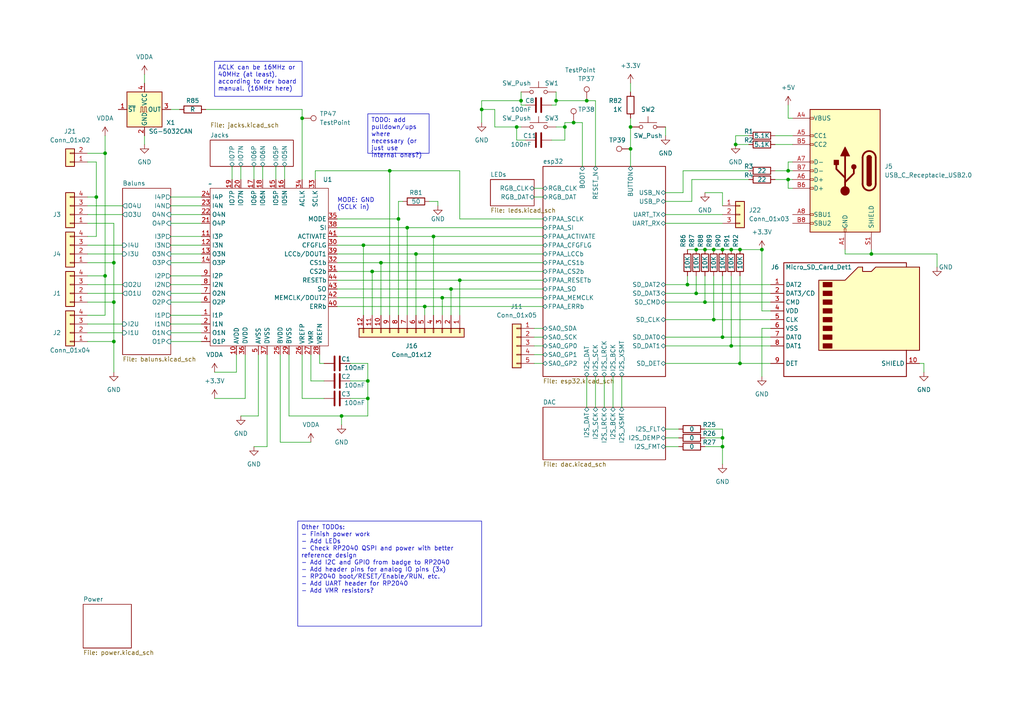
<source format=kicad_sch>
(kicad_sch (version 20230121) (generator eeschema)
  (paper "A4")
  (lib_symbols
    (symbol "Analog:AN231E04"
      (property "Reference" "U" (at 0 0 0))
      (symbol "AN231E04_0_1"
        (rectangle (start 0 -1.27) (end 34.29 -46.99))
      )
      (symbol "AN231E04_1_1"
        (pin input line (at -2.54 -38.1 0) (length 2.54) (name "I1P") (number "1"))
        (pin power_in line (at 7.62 -49.53 90) (length 2.54) (name "AVDD") (number "10"))
        (pin input line (at -2.54 -15.24 0) (length 2.54) (name "I3P") (number "11"))
        (pin input line (at -2.54 -17.78 0) (length 2.54) (name "I3N") (number "12"))
        (pin output line (at -2.54 -20.32 0) (length 2.54) (name "O3N") (number "13"))
        (pin output line (at -2.54 -22.86 0) (length 2.54) (name "O3P") (number "14"))
        (pin bidirectional line (at 19.05 1.27 270) (length 2.54) (name "IO5P") (number "15"))
        (pin bidirectional line (at 21.59 1.27 270) (length 2.54) (name "IO5N") (number "16"))
        (pin bidirectional line (at 12.7 1.27 270) (length 2.54) (name "IO6P") (number "17"))
        (pin bidirectional line (at 15.24 1.27 270) (length 2.54) (name "IO6N") (number "18"))
        (pin bidirectional line (at 6.35 1.27 270) (length 2.54) (name "IO7P") (number "19"))
        (pin input line (at -2.54 -40.64 0) (length 2.54) (name "I1N") (number "2"))
        (pin bidirectional line (at 8.89 1.27 270) (length 2.54) (name "IO7N") (number "20"))
        (pin output line (at -2.54 -11.43 0) (length 2.54) (name "O4P") (number "21"))
        (pin output line (at -2.54 -8.89 0) (length 2.54) (name "O4N") (number "22"))
        (pin input line (at -2.54 -6.35 0) (length 2.54) (name "I4N") (number "23"))
        (pin input line (at -2.54 -3.81 0) (length 2.54) (name "I4P") (number "24"))
        (pin power_in line (at 20.32 -49.53 90) (length 2.54) (name "BVDD") (number "25"))
        (pin power_in line (at 26.67 -49.53 90) (length 2.54) (name "VREFP") (number "26"))
        (pin power_in line (at 29.21 -49.53 90) (length 2.54) (name "VMR") (number "27"))
        (pin power_in line (at 31.75 -49.53 90) (length 2.54) (name "VREFN") (number "28"))
        (pin power_in line (at 22.86 -49.53 90) (length 2.54) (name "BVSS") (number "29"))
        (pin output line (at -2.54 -43.18 0) (length 2.54) (name "O1N") (number "3"))
        (pin bidirectional line (at 36.83 -17.78 180) (length 2.54) (name "CFGFLG") (number "30"))
        (pin input line (at 36.83 -25.4 180) (length 2.54) (name "CS2b") (number "31"))
        (pin input line (at 36.83 -22.86 180) (length 2.54) (name "CS1b") (number "32"))
        (pin input line (at 30.48 1.27 270) (length 2.54) (name "SCLK") (number "33"))
        (pin input line (at 26.67 1.27 270) (length 2.54) (name "ACLK") (number "34"))
        (pin input line (at 36.83 -10.16 180) (length 2.54) (name "MODE") (number "35"))
        (pin power_in line (at 10.16 -49.53 90) (length 2.54) (name "DVDD") (number "36"))
        (pin power_in line (at 16.51 -49.53 90) (length 2.54) (name "DVSS") (number "37"))
        (pin input line (at 36.83 -12.7 180) (length 2.54) (name "SI") (number "38"))
        (pin output line (at 36.83 -20.32 180) (length 2.54) (name "LCCb/DOUT1") (number "39"))
        (pin output line (at -2.54 -45.72 0) (length 2.54) (name "O1P") (number "4"))
        (pin bidirectional line (at 36.83 -35.56 180) (length 2.54) (name "ERRb") (number "40"))
        (pin bidirectional line (at 36.83 -15.24 180) (length 2.54) (name "ACTIVATE") (number "41"))
        (pin output line (at 36.83 -33.02 180) (length 2.54) (name "MEMCLK/DOUT2") (number "42"))
        (pin output line (at 36.83 -30.48 180) (length 2.54) (name "SO") (number "43"))
        (pin input line (at 36.83 -27.94 180) (length 2.54) (name "RESETb") (number "44"))
        (pin power_in line (at 13.97 -49.53 90) (length 2.54) (name "AVSS") (number "5"))
        (pin output line (at -2.54 -34.29 0) (length 2.54) (name "O2P") (number "6"))
        (pin output line (at -2.54 -31.75 0) (length 2.54) (name "O2N") (number "7"))
        (pin input line (at -2.54 -29.21 0) (length 2.54) (name "I2N") (number "8"))
        (pin input line (at -2.54 -26.67 0) (length 2.54) (name "I2P") (number "9"))
      )
    )
    (symbol "Connector:Micro_SD_Card_Det1"
      (property "Reference" "J" (at -16.51 17.78 0))
      (property "Value" "Micro_SD_Card_Det1" (at 16.51 17.78 0))
      (symbol "Micro_SD_Card_Det1_0_1"
        (rectangle (start -7.62 -6.985) (end -5.08 -8.255) (stroke (width 0.254)) (fill (type outline)))
        (rectangle (start -7.62 -4.445) (end -5.08 -5.715) (stroke (width 0.254)) (fill (type outline)))
        (rectangle (start -7.62 -1.905) (end -5.08 -3.175) (stroke (width 0.254)) (fill (type outline)))
        (rectangle (start -7.62 0.635) (end -5.08 -0.635) (stroke (width 0.254)) (fill (type outline)))
        (rectangle (start -7.62 3.175) (end -5.08 1.905) (stroke (width 0.254)) (fill (type outline)))
        (rectangle (start -7.62 5.715) (end -5.08 4.445) (stroke (width 0.254)) (fill (type outline)))
        (rectangle (start -7.62 8.255) (end -5.08 6.985) (stroke (width 0.254)) (fill (type outline)))
        (rectangle (start -7.62 10.795) (end -5.08 9.525) (stroke (width 0.254)) (fill (type outline)))
        (polyline (pts (xy 16.51 15.24) (xy 16.51 16.51) (xy -19.05 16.51) (xy -19.05 -16.51) (xy 16.51 -16.51) (xy 16.51 -8.89)) (stroke (width 0.254)))
        (polyline (pts (xy -8.89 -8.89) (xy -8.89 11.43) (xy -1.27 11.43) (xy 2.54 15.24) (xy 3.81 15.24) (xy 3.81 13.97) (xy 6.35 13.97) (xy 7.62 15.24) (xy 20.32 15.24) (xy 20.32 -8.89) (xy -8.89 -8.89)) (stroke (width 0.254)) (fill (type background)))
      )
      (symbol "Micro_SD_Card_Det1_1_1"
        (pin bidirectional line (at -22.86 10.16 0) (length 3.81) (name "DAT2") (number "1"))
        (pin passive line (at 20.32 -12.7 180) (length 3.81) (name "SHIELD") (number "10"))
        (pin bidirectional line (at -22.86 7.62 0) (length 3.81) (name "DAT3/CD") (number "2"))
        (pin input line (at -22.86 5.08 0) (length 3.81) (name "CMD") (number "3"))
        (pin power_in line (at -22.86 2.54 0) (length 3.81) (name "VDD") (number "4"))
        (pin input line (at -22.86 0 0) (length 3.81) (name "CLK") (number "5"))
        (pin power_in line (at -22.86 -2.54 0) (length 3.81) (name "VSS") (number "6"))
        (pin bidirectional line (at -22.86 -5.08 0) (length 3.81) (name "DAT0") (number "7"))
        (pin bidirectional line (at -22.86 -7.62 0) (length 3.81) (name "DAT1") (number "8"))
        (pin passive line (at -22.86 -12.7 0) (length 3.81) (name "DET") (number "9"))
      )
    )
    (symbol "Connector:TestPoint" (pin_numbers hide) (pin_names (offset 0.762) hide)
      (property "Reference" "TP" (at 0 6.858 0))
      (property "Value" "TestPoint" (at 0 5.08 0))
      (symbol "TestPoint_0_1"
        (circle (center 0 3.302) (radius 0.762))
      )
      (symbol "TestPoint_1_1"
        (pin passive line (at 0 0 90) (length 2.54) (name "1") (number "1"))
      )
    )
    (symbol "Connector:USB_C_Receptacle_USB2.0" (pin_names (offset 1.016))
      (property "Reference" "J" (at -10.16 19.05 0))
      (property "Value" "USB_C_Receptacle_USB2.0" (at 19.05 19.05 0))
      (symbol "USB_C_Receptacle_USB2.0_0_0"
        (rectangle (start -0.254 -17.78) (end 0.254 -16.764))
        (rectangle (start 10.16 -14.986) (end 9.144 -15.494))
        (rectangle (start 10.16 -12.446) (end 9.144 -12.954))
        (rectangle (start 10.16 -4.826) (end 9.144 -5.334))
        (rectangle (start 10.16 -2.286) (end 9.144 -2.794))
        (rectangle (start 10.16 0.254) (end 9.144 -0.254))
        (rectangle (start 10.16 2.794) (end 9.144 2.286))
        (rectangle (start 10.16 7.874) (end 9.144 7.366))
        (rectangle (start 10.16 10.414) (end 9.144 9.906))
        (rectangle (start 10.16 15.494) (end 9.144 14.986))
      )
      (symbol "USB_C_Receptacle_USB2.0_0_1"
        (rectangle (start -10.16 17.78) (end 10.16 -17.78) (stroke (width 0.254)) (fill (type background)))
        (arc (start -8.89 -3.81) (mid -6.985 -5.7067) (end -5.08 -3.81) (stroke (width 0.508)))
        (arc (start -7.62 -3.81) (mid -6.985 -4.4423) (end -6.35 -3.81) (stroke (width 0.254)))
        (arc (start -7.62 -3.81) (mid -6.985 -4.4423) (end -6.35 -3.81) (stroke (width 0.254)) (fill (type outline)))
        (rectangle (start -7.62 -3.81) (end -6.35 3.81) (stroke (width 0.254)) (fill (type outline)))
        (arc (start -6.35 3.81) (mid -6.985 4.4423) (end -7.62 3.81) (stroke (width 0.254)))
        (arc (start -6.35 3.81) (mid -6.985 4.4423) (end -7.62 3.81) (stroke (width 0.254)) (fill (type outline)))
        (arc (start -5.08 3.81) (mid -6.985 5.7067) (end -8.89 3.81) (stroke (width 0.508)))
        (circle (center -2.54 1.143) (radius 0.635) (stroke (width 0.254)) (fill (type outline)))
        (circle (center 0 -5.842) (radius 1.27) (fill (type outline)))
        (polyline (pts (xy -8.89 -3.81) (xy -8.89 3.81)) (stroke (width 0.508)))
        (polyline (pts (xy -5.08 3.81) (xy -5.08 -3.81)) (stroke (width 0.508)))
        (polyline (pts (xy 0 -5.842) (xy 0 4.318)) (stroke (width 0.508)))
        (polyline (pts (xy 0 -3.302) (xy -2.54 -0.762) (xy -2.54 0.508)) (stroke (width 0.508)))
        (polyline (pts (xy 0 -2.032) (xy 2.54 0.508) (xy 2.54 1.778)) (stroke (width 0.508)))
        (polyline (pts (xy -1.27 4.318) (xy 0 6.858) (xy 1.27 4.318) (xy -1.27 4.318)) (stroke (width 0.254)) (fill (type outline)))
        (rectangle (start 1.905 1.778) (end 3.175 3.048) (stroke (width 0.254)) (fill (type outline)))
      )
      (symbol "USB_C_Receptacle_USB2.0_1_1"
        (pin passive line (at 0 -22.86 90) (length 5.08) (name "GND") (number "A1"))
        (pin passive line (at 0 -22.86 90) (length 5.08) hide (name "GND") (number "A12"))
        (pin passive line (at 15.24 15.24 180) (length 5.08) (name "VBUS") (number "A4"))
        (pin bidirectional line (at 15.24 10.16 180) (length 5.08) (name "CC1") (number "A5"))
        (pin bidirectional line (at 15.24 -2.54 180) (length 5.08) (name "D+") (number "A6"))
        (pin bidirectional line (at 15.24 2.54 180) (length 5.08) (name "D-") (number "A7"))
        (pin bidirectional line (at 15.24 -12.7 180) (length 5.08) (name "SBU1") (number "A8"))
        (pin passive line (at 15.24 15.24 180) (length 5.08) hide (name "VBUS") (number "A9"))
        (pin passive line (at 0 -22.86 90) (length 5.08) hide (name "GND") (number "B1"))
        (pin passive line (at 0 -22.86 90) (length 5.08) hide (name "GND") (number "B12"))
        (pin passive line (at 15.24 15.24 180) (length 5.08) hide (name "VBUS") (number "B4"))
        (pin bidirectional line (at 15.24 7.62 180) (length 5.08) (name "CC2") (number "B5"))
        (pin bidirectional line (at 15.24 -5.08 180) (length 5.08) (name "D+") (number "B6"))
        (pin bidirectional line (at 15.24 0 180) (length 5.08) (name "D-") (number "B7"))
        (pin bidirectional line (at 15.24 -15.24 180) (length 5.08) (name "SBU2") (number "B8"))
        (pin passive line (at 15.24 15.24 180) (length 5.08) hide (name "VBUS") (number "B9"))
        (pin passive line (at -7.62 -22.86 90) (length 5.08) (name "SHIELD") (number "S1"))
      )
    )
    (symbol "Connector_Generic:Conn_01x02" (pin_names (offset 1.016) hide)
      (property "Reference" "J" (at 0 2.54 0))
      (property "Value" "Conn_01x02" (at 0 -5.08 0))
      (symbol "Conn_01x02_1_1"
        (rectangle (start -1.27 -2.413) (end 0 -2.667) (stroke (width 0.1524)))
        (rectangle (start -1.27 0.127) (end 0 -0.127) (stroke (width 0.1524)))
        (rectangle (start -1.27 1.27) (end 1.27 -3.81) (stroke (width 0.254)) (fill (type background)))
        (pin passive line (at -5.08 0 0) (length 3.81) (name "Pin_1") (number "1"))
        (pin passive line (at -5.08 -2.54 0) (length 3.81) (name "Pin_2") (number "2"))
      )
    )
    (symbol "Connector_Generic:Conn_01x03" (pin_names (offset 1.016) hide)
      (property "Reference" "J" (at 0 5.08 0))
      (property "Value" "Conn_01x03" (at 0 -5.08 0))
      (symbol "Conn_01x03_1_1"
        (rectangle (start -1.27 -2.413) (end 0 -2.667) (stroke (width 0.1524)))
        (rectangle (start -1.27 0.127) (end 0 -0.127) (stroke (width 0.1524)))
        (rectangle (start -1.27 2.667) (end 0 2.413) (stroke (width 0.1524)))
        (rectangle (start -1.27 3.81) (end 1.27 -3.81) (stroke (width 0.254)) (fill (type background)))
        (pin passive line (at -5.08 2.54 0) (length 3.81) (name "Pin_1") (number "1"))
        (pin passive line (at -5.08 0 0) (length 3.81) (name "Pin_2") (number "2"))
        (pin passive line (at -5.08 -2.54 0) (length 3.81) (name "Pin_3") (number "3"))
      )
    )
    (symbol "Connector_Generic:Conn_01x04" (pin_names (offset 1.016) hide)
      (property "Reference" "J" (at 0 5.08 0))
      (property "Value" "Conn_01x04" (at 0 -7.62 0))
      (symbol "Conn_01x04_1_1"
        (rectangle (start -1.27 -4.953) (end 0 -5.207) (stroke (width 0.1524)))
        (rectangle (start -1.27 -2.413) (end 0 -2.667) (stroke (width 0.1524)))
        (rectangle (start -1.27 0.127) (end 0 -0.127) (stroke (width 0.1524)))
        (rectangle (start -1.27 2.667) (end 0 2.413) (stroke (width 0.1524)))
        (rectangle (start -1.27 3.81) (end 1.27 -6.35) (stroke (width 0.254)) (fill (type background)))
        (pin passive line (at -5.08 2.54 0) (length 3.81) (name "Pin_1") (number "1"))
        (pin passive line (at -5.08 0 0) (length 3.81) (name "Pin_2") (number "2"))
        (pin passive line (at -5.08 -2.54 0) (length 3.81) (name "Pin_3") (number "3"))
        (pin passive line (at -5.08 -5.08 0) (length 3.81) (name "Pin_4") (number "4"))
      )
    )
    (symbol "Connector_Generic:Conn_01x05" (pin_names (offset 1.016) hide)
      (property "Reference" "J" (at 0 7.62 0))
      (property "Value" "Conn_01x05" (at 0 -7.62 0))
      (symbol "Conn_01x05_1_1"
        (rectangle (start -1.27 -4.953) (end 0 -5.207) (stroke (width 0.1524)))
        (rectangle (start -1.27 -2.413) (end 0 -2.667) (stroke (width 0.1524)))
        (rectangle (start -1.27 0.127) (end 0 -0.127) (stroke (width 0.1524)))
        (rectangle (start -1.27 2.667) (end 0 2.413) (stroke (width 0.1524)))
        (rectangle (start -1.27 5.207) (end 0 4.953) (stroke (width 0.1524)))
        (rectangle (start -1.27 6.35) (end 1.27 -6.35) (stroke (width 0.254)) (fill (type background)))
        (pin passive line (at -5.08 5.08 0) (length 3.81) (name "Pin_1") (number "1"))
        (pin passive line (at -5.08 2.54 0) (length 3.81) (name "Pin_2") (number "2"))
        (pin passive line (at -5.08 0 0) (length 3.81) (name "Pin_3") (number "3"))
        (pin passive line (at -5.08 -2.54 0) (length 3.81) (name "Pin_4") (number "4"))
        (pin passive line (at -5.08 -5.08 0) (length 3.81) (name "Pin_5") (number "5"))
      )
    )
    (symbol "Connector_Generic:Conn_01x12" (pin_names (offset 1.016) hide)
      (property "Reference" "J" (at 0 15.24 0))
      (property "Value" "Conn_01x12" (at 0 -17.78 0))
      (symbol "Conn_01x12_1_1"
        (rectangle (start -1.27 -15.113) (end 0 -15.367) (stroke (width 0.1524)))
        (rectangle (start -1.27 -12.573) (end 0 -12.827) (stroke (width 0.1524)))
        (rectangle (start -1.27 -10.033) (end 0 -10.287) (stroke (width 0.1524)))
        (rectangle (start -1.27 -7.493) (end 0 -7.747) (stroke (width 0.1524)))
        (rectangle (start -1.27 -4.953) (end 0 -5.207) (stroke (width 0.1524)))
        (rectangle (start -1.27 -2.413) (end 0 -2.667) (stroke (width 0.1524)))
        (rectangle (start -1.27 0.127) (end 0 -0.127) (stroke (width 0.1524)))
        (rectangle (start -1.27 2.667) (end 0 2.413) (stroke (width 0.1524)))
        (rectangle (start -1.27 5.207) (end 0 4.953) (stroke (width 0.1524)))
        (rectangle (start -1.27 7.747) (end 0 7.493) (stroke (width 0.1524)))
        (rectangle (start -1.27 10.287) (end 0 10.033) (stroke (width 0.1524)))
        (rectangle (start -1.27 12.827) (end 0 12.573) (stroke (width 0.1524)))
        (rectangle (start -1.27 13.97) (end 1.27 -16.51) (stroke (width 0.254)) (fill (type background)))
        (pin passive line (at -5.08 12.7 0) (length 3.81) (name "Pin_1") (number "1"))
        (pin passive line (at -5.08 -10.16 0) (length 3.81) (name "Pin_10") (number "10"))
        (pin passive line (at -5.08 -12.7 0) (length 3.81) (name "Pin_11") (number "11"))
        (pin passive line (at -5.08 -15.24 0) (length 3.81) (name "Pin_12") (number "12"))
        (pin passive line (at -5.08 10.16 0) (length 3.81) (name "Pin_2") (number "2"))
        (pin passive line (at -5.08 7.62 0) (length 3.81) (name "Pin_3") (number "3"))
        (pin passive line (at -5.08 5.08 0) (length 3.81) (name "Pin_4") (number "4"))
        (pin passive line (at -5.08 2.54 0) (length 3.81) (name "Pin_5") (number "5"))
        (pin passive line (at -5.08 0 0) (length 3.81) (name "Pin_6") (number "6"))
        (pin passive line (at -5.08 -2.54 0) (length 3.81) (name "Pin_7") (number "7"))
        (pin passive line (at -5.08 -5.08 0) (length 3.81) (name "Pin_8") (number "8"))
        (pin passive line (at -5.08 -7.62 0) (length 3.81) (name "Pin_9") (number "9"))
      )
    )
    (symbol "Device:C" (pin_numbers hide) (pin_names (offset 0.254))
      (property "Reference" "C" (at 0.635 2.54 0))
      (property "Value" "C" (at 0.635 -2.54 0))
      (symbol "C_0_1"
        (polyline (pts (xy -2.032 -0.762) (xy 2.032 -0.762)) (stroke (width 0.508)))
        (polyline (pts (xy -2.032 0.762) (xy 2.032 0.762)) (stroke (width 0.508)))
      )
      (symbol "C_1_1"
        (pin passive line (at 0 3.81 270) (length 2.794) (name "~") (number "1"))
        (pin passive line (at 0 -3.81 90) (length 2.794) (name "~") (number "2"))
      )
    )
    (symbol "Device:R" (pin_numbers hide) (pin_names (offset 0))
      (property "Reference" "R" (at 2.032 0 90))
      (property "Value" "R" (at 0 0 90))
      (symbol "R_0_1"
        (rectangle (start -1.016 -2.54) (end 1.016 2.54) (stroke (width 0.254)))
      )
      (symbol "R_1_1"
        (pin passive line (at 0 3.81 270) (length 1.27) (name "~") (number "1"))
        (pin passive line (at 0 -3.81 90) (length 1.27) (name "~") (number "2"))
      )
    )
    (symbol "Oscillator:SG-5032CAN" (pin_names (offset 0.254))
      (property "Reference" "X" (at -5.08 6.35 0))
      (property "Value" "SG-5032CAN" (at 1.27 -6.35 0))
      (symbol "SG-5032CAN_0_1"
        (rectangle (start -5.08 5.08) (end 5.08 -5.08) (stroke (width 0.254)) (fill (type background)))
        (polyline (pts (xy -1.27 -0.762) (xy -1.016 -0.762) (xy -1.016 0.762) (xy -0.508 0.762) (xy -0.508 -0.762) (xy 0 -0.762) (xy 0 0.762) (xy 0.508 0.762) (xy 0.508 -0.762) (xy 0.762 -0.762)))
      )
      (symbol "SG-5032CAN_1_1"
        (pin input line (at -7.62 0 0) (length 2.54) (name "~{ST}") (number "1"))
        (pin power_in line (at 0 -7.62 90) (length 2.54) (name "GND") (number "2"))
        (pin output line (at 7.62 0 180) (length 2.54) (name "OUT") (number "3"))
        (pin power_in line (at 0 7.62 270) (length 2.54) (name "VCC") (number "4"))
      )
    )
    (symbol "Switch:SW_Push" (pin_numbers hide) (pin_names (offset 1.016) hide)
      (property "Reference" "SW" (at 1.27 2.54 0))
      (property "Value" "SW_Push" (at 0 -1.524 0))
      (symbol "SW_Push_0_1"
        (circle (center -2.032 0) (radius 0.508))
        (polyline (pts (xy 0 1.27) (xy 0 3.048)))
        (polyline (pts (xy 2.54 1.27) (xy -2.54 1.27)))
        (circle (center 2.032 0) (radius 0.508))
        (pin passive line (at -5.08 0 0) (length 2.54) (name "1") (number "1"))
        (pin passive line (at 5.08 0 180) (length 2.54) (name "2") (number "2"))
      )
    )
    (symbol "power:+3.3V" (power) (pin_names (offset 0))
      (property "Value" "+3.3V" (at 0 3.556 0))
      (symbol "+3.3V_0_1"
        (polyline (pts (xy -0.762 1.27) (xy 0 2.54)))
        (polyline (pts (xy 0 0) (xy 0 2.54)))
        (polyline (pts (xy 0 2.54) (xy 0.762 1.27)))
      )
      (symbol "+3.3V_1_1"
        (pin power_in line (at 0 0 90) (length 0) hide (name "+3.3V") (number "1"))
      )
    )
    (symbol "power:+5V" (power) (pin_names (offset 0))
      (property "Value" "+5V" (at 0 3.556 0))
      (symbol "+5V_0_1"
        (polyline (pts (xy -0.762 1.27) (xy 0 2.54)))
        (polyline (pts (xy 0 0) (xy 0 2.54)))
        (polyline (pts (xy 0 2.54) (xy 0.762 1.27)))
      )
      (symbol "+5V_1_1"
        (pin power_in line (at 0 0 90) (length 0) hide (name "+5V") (number "1"))
      )
    )
    (symbol "power:GND" (power) (pin_names (offset 0))
      (property "Value" "GND" (at 0 -3.81 0))
      (symbol "GND_0_1"
        (polyline (pts (xy 0 0) (xy 0 -1.27) (xy 1.27 -1.27) (xy 0 -2.54) (xy -1.27 -1.27) (xy 0 -1.27)))
      )
      (symbol "GND_1_1"
        (pin power_in line (at 0 0 270) (length 0) hide (name "GND") (number "1"))
      )
    )
    (symbol "power:VDDA" (power) (pin_names (offset 0))
      (property "Value" "VDDA" (at 0 3.81 0))
      (symbol "VDDA_0_1"
        (polyline (pts (xy -0.762 1.27) (xy 0 2.54)))
        (polyline (pts (xy 0 0) (xy 0 2.54)))
        (polyline (pts (xy 0 2.54) (xy 0.762 1.27)))
      )
      (symbol "VDDA_1_1"
        (pin power_in line (at 0 0 90) (length 0) hide (name "VDDA") (number "1"))
      )
    )
  )
  (junction (at 207.01 72.39))
  (junction (at 163.83 36.83))
  (junction (at 105.41 71.12))
  (junction (at 110.49 76.2))
  (junction (at 33.02 99.06))
  (junction (at 118.11 66.04))
  (junction (at 133.35 81.28))
  (junction (at 220.98 72.39))
  (junction (at 123.19 88.9))
  (junction (at 228.6 49.53))
  (junction (at 125.73 68.58))
  (junction (at 209.55 72.39))
  (junction (at 161.29 29.21))
  (junction (at 209.55 127))
  (junction (at 212.09 100.33))
  (junction (at 214.63 72.39))
  (junction (at 207.01 92.71))
  (junction (at 139.7 31.75))
  (junction (at 113.03 49.53))
  (junction (at 170.18 29.21))
  (junction (at 213.36 41.91))
  (junction (at 106.68 110.49))
  (junction (at 120.65 73.66))
  (junction (at 204.47 87.63))
  (junction (at 151.13 29.21))
  (junction (at 106.68 115.57))
  (junction (at 182.88 43.18))
  (junction (at 199.39 82.55))
  (junction (at 128.27 86.36))
  (junction (at 99.06 120.65))
  (junction (at 201.93 85.09))
  (junction (at 30.48 80.01))
  (junction (at 209.55 129.54))
  (junction (at 107.95 78.74))
  (junction (at 149.86 36.83))
  (junction (at 130.81 83.82))
  (junction (at 209.55 97.79))
  (junction (at 228.6 52.07))
  (junction (at 30.48 44.45))
  (junction (at 204.47 72.39))
  (junction (at 182.88 36.83))
  (junction (at 33.02 87.63))
  (junction (at 214.63 105.41))
  (junction (at 33.02 76.2))
  (junction (at 201.93 72.39))
  (junction (at 27.94 57.15))
  (junction (at 87.63 34.29))
  (junction (at 252.73 73.66))
  (junction (at 212.09 72.39))
  (junction (at 166.37 35.56))
  (junction (at 115.57 63.5))
  (wire (pts (xy 97.79 86.36) (xy 128.27 86.36)))
  (wire (pts (xy 97.79 66.04) (xy 118.11 66.04)))
  (wire (pts (xy 33.02 87.63) (xy 33.02 99.06)))
  (wire (pts (xy 224.79 41.91) (xy 229.87 41.91)))
  (wire (pts (xy 151.13 26.67) (xy 151.13 29.21)))
  (wire (pts (xy 160.02 30.48) (xy 161.29 30.48)))
  (wire (pts (xy 149.86 36.83) (xy 143.51 36.83)))
  (wire (pts (xy 214.63 80.01) (xy 214.63 105.41)))
  (wire (pts (xy 133.35 81.28) (xy 157.48 81.28)))
  (wire (pts (xy 90.17 102.87) (xy 90.17 110.49)))
  (wire (pts (xy 266.7 105.41) (xy 267.97 105.41)))
  (wire (pts (xy 25.4 91.44) (xy 30.48 91.44)))
  (wire (pts (xy 69.85 48.26) (xy 69.85 52.07)))
  (wire (pts (xy 168.91 35.56) (xy 168.91 48.26)))
  (wire (pts (xy 229.87 46.99) (xy 228.6 46.99)))
  (wire (pts (xy 152.4 40.64) (xy 149.86 40.64)))
  (wire (pts (xy 193.04 55.88) (xy 198.12 55.88)))
  (wire (pts (xy 204.47 124.46) (xy 209.55 124.46)))
  (wire (pts (xy 123.19 88.9) (xy 157.48 88.9)))
  (wire (pts (xy 223.52 95.25) (xy 220.98 95.25)))
  (wire (pts (xy 154.94 102.87) (xy 157.48 102.87)))
  (wire (pts (xy 161.29 36.83) (xy 163.83 36.83)))
  (wire (pts (xy 161.29 29.21) (xy 161.29 26.67)))
  (wire (pts (xy 125.73 68.58) (xy 157.48 68.58)))
  (wire (pts (xy 193.04 127) (xy 196.85 127)))
  (wire (pts (xy 130.81 83.82) (xy 157.48 83.82)))
  (wire (pts (xy 87.63 31.75) (xy 87.63 34.29)))
  (wire (pts (xy 224.79 49.53) (xy 228.6 49.53)))
  (wire (pts (xy 41.91 39.37) (xy 41.91 41.91)))
  (wire (pts (xy 245.11 72.39) (xy 245.11 73.66)))
  (wire (pts (xy 120.65 73.66) (xy 157.48 73.66)))
  (wire (pts (xy 30.48 39.37) (xy 30.48 44.45)))
  (wire (pts (xy 82.55 48.26) (xy 82.55 52.07)))
  (wire (pts (xy 199.39 80.01) (xy 199.39 82.55)))
  (wire (pts (xy 67.31 48.26) (xy 67.31 52.07)))
  (wire (pts (xy 106.68 105.41) (xy 106.68 110.49)))
  (wire (pts (xy 68.58 107.95) (xy 68.58 102.87)))
  (wire (pts (xy 204.47 127) (xy 209.55 127)))
  (wire (pts (xy 170.18 109.22) (xy 170.18 118.11)))
  (wire (pts (xy 49.53 57.15) (xy 58.42 57.15)))
  (wire (pts (xy 97.79 73.66) (xy 120.65 73.66)))
  (wire (pts (xy 200.66 58.42) (xy 193.04 58.42)))
  (wire (pts (xy 163.83 35.56) (xy 166.37 35.56)))
  (wire (pts (xy 118.11 66.04) (xy 157.48 66.04)))
  (wire (pts (xy 252.73 72.39) (xy 252.73 73.66)))
  (wire (pts (xy 107.95 78.74) (xy 157.48 78.74)))
  (wire (pts (xy 139.7 31.75) (xy 139.7 29.21)))
  (wire (pts (xy 212.09 100.33) (xy 223.52 100.33)))
  (wire (pts (xy 49.53 68.58) (xy 58.42 68.58)))
  (wire (pts (xy 204.47 80.01) (xy 204.47 87.63)))
  (wire (pts (xy 207.01 80.01) (xy 207.01 92.71)))
  (wire (pts (xy 115.57 58.42) (xy 116.84 58.42)))
  (wire (pts (xy 207.01 72.39) (xy 209.55 72.39)))
  (wire (pts (xy 220.98 90.17) (xy 220.98 72.39)))
  (wire (pts (xy 213.36 41.91) (xy 217.17 41.91)))
  (wire (pts (xy 113.03 49.53) (xy 113.03 91.44)))
  (wire (pts (xy 33.02 64.77) (xy 33.02 76.2)))
  (wire (pts (xy 49.53 82.55) (xy 58.42 82.55)))
  (wire (pts (xy 27.94 57.15) (xy 27.94 68.58)))
  (wire (pts (xy 113.03 49.53) (xy 133.35 49.53)))
  (wire (pts (xy 49.53 85.09) (xy 58.42 85.09)))
  (wire (pts (xy 106.68 110.49) (xy 106.68 115.57)))
  (wire (pts (xy 49.53 31.75) (xy 52.07 31.75)))
  (wire (pts (xy 166.37 35.56) (xy 168.91 35.56)))
  (wire (pts (xy 154.94 54.61) (xy 157.48 54.61)))
  (wire (pts (xy 271.78 73.66) (xy 271.78 77.47)))
  (wire (pts (xy 151.13 29.21) (xy 151.13 30.48)))
  (wire (pts (xy 193.04 36.83) (xy 193.04 39.37)))
  (wire (pts (xy 200.66 52.07) (xy 200.66 58.42)))
  (wire (pts (xy 91.44 49.53) (xy 113.03 49.53)))
  (wire (pts (xy 118.11 66.04) (xy 118.11 91.44)))
  (wire (pts (xy 154.94 95.25) (xy 157.48 95.25)))
  (wire (pts (xy 92.71 105.41) (xy 93.98 105.41)))
  (wire (pts (xy 62.23 115.57) (xy 71.12 115.57)))
  (wire (pts (xy 209.55 72.39) (xy 212.09 72.39)))
  (wire (pts (xy 107.95 78.74) (xy 107.95 91.44)))
  (wire (pts (xy 182.88 24.13) (xy 182.88 26.67)))
  (wire (pts (xy 49.53 71.12) (xy 58.42 71.12)))
  (wire (pts (xy 198.12 55.88) (xy 198.12 49.53)))
  (wire (pts (xy 209.55 80.01) (xy 209.55 97.79)))
  (wire (pts (xy 182.88 43.18) (xy 182.88 48.26)))
  (wire (pts (xy 92.71 102.87) (xy 92.71 105.41)))
  (wire (pts (xy 128.27 86.36) (xy 157.48 86.36)))
  (wire (pts (xy 30.48 44.45) (xy 30.48 80.01)))
  (wire (pts (xy 49.53 99.06) (xy 58.42 99.06)))
  (wire (pts (xy 83.82 102.87) (xy 83.82 120.65)))
  (wire (pts (xy 97.79 78.74) (xy 107.95 78.74)))
  (wire (pts (xy 157.48 63.5) (xy 133.35 63.5)))
  (wire (pts (xy 115.57 63.5) (xy 115.57 91.44)))
  (wire (pts (xy 228.6 30.48) (xy 228.6 34.29)))
  (wire (pts (xy 139.7 35.56) (xy 139.7 31.75)))
  (wire (pts (xy 200.66 52.07) (xy 217.17 52.07)))
  (wire (pts (xy 83.82 120.65) (xy 99.06 120.65)))
  (wire (pts (xy 128.27 86.36) (xy 128.27 91.44)))
  (wire (pts (xy 193.04 64.77) (xy 209.55 64.77)))
  (wire (pts (xy 267.97 105.41) (xy 267.97 107.95)))
  (wire (pts (xy 201.93 85.09) (xy 223.52 85.09)))
  (wire (pts (xy 151.13 30.48) (xy 152.4 30.48)))
  (wire (pts (xy 209.55 129.54) (xy 209.55 134.62)))
  (wire (pts (xy 105.41 71.12) (xy 157.48 71.12)))
  (wire (pts (xy 97.79 68.58) (xy 125.73 68.58)))
  (wire (pts (xy 204.47 129.54) (xy 209.55 129.54)))
  (wire (pts (xy 87.63 102.87) (xy 87.63 115.57)))
  (wire (pts (xy 25.4 71.12) (xy 35.56 71.12)))
  (wire (pts (xy 228.6 52.07) (xy 228.6 54.61)))
  (wire (pts (xy 214.63 105.41) (xy 223.52 105.41)))
  (wire (pts (xy 25.4 93.98) (xy 35.56 93.98)))
  (wire (pts (xy 76.2 48.26) (xy 76.2 52.07)))
  (wire (pts (xy 74.93 102.87) (xy 74.93 120.65)))
  (wire (pts (xy 252.73 73.66) (xy 245.11 73.66)))
  (wire (pts (xy 49.53 87.63) (xy 58.42 87.63)))
  (wire (pts (xy 74.93 120.65) (xy 69.85 120.65)))
  (wire (pts (xy 77.47 129.54) (xy 73.66 129.54)))
  (wire (pts (xy 49.53 59.69) (xy 58.42 59.69)))
  (wire (pts (xy 25.4 76.2) (xy 33.02 76.2)))
  (wire (pts (xy 110.49 76.2) (xy 110.49 91.44)))
  (wire (pts (xy 228.6 34.29) (xy 229.87 34.29)))
  (wire (pts (xy 182.88 34.29) (xy 182.88 36.83)))
  (wire (pts (xy 25.4 64.77) (xy 33.02 64.77)))
  (wire (pts (xy 91.44 52.07) (xy 91.44 49.53)))
  (wire (pts (xy 193.04 97.79) (xy 209.55 97.79)))
  (wire (pts (xy 71.12 115.57) (xy 71.12 102.87)))
  (wire (pts (xy 193.04 82.55) (xy 199.39 82.55)))
  (wire (pts (xy 25.4 73.66) (xy 35.56 73.66)))
  (wire (pts (xy 154.94 97.79) (xy 157.48 97.79)))
  (wire (pts (xy 172.72 109.22) (xy 172.72 118.11)))
  (wire (pts (xy 154.94 100.33) (xy 157.48 100.33)))
  (wire (pts (xy 182.88 36.83) (xy 182.88 43.18)))
  (wire (pts (xy 154.94 105.41) (xy 157.48 105.41)))
  (wire (pts (xy 228.6 46.99) (xy 228.6 49.53)))
  (wire (pts (xy 193.04 92.71) (xy 207.01 92.71)))
  (wire (pts (xy 209.55 124.46) (xy 209.55 127)))
  (wire (pts (xy 133.35 91.44) (xy 133.35 81.28)))
  (wire (pts (xy 99.06 120.65) (xy 106.68 120.65)))
  (wire (pts (xy 204.47 87.63) (xy 223.52 87.63)))
  (wire (pts (xy 41.91 21.59) (xy 41.91 24.13)))
  (wire (pts (xy 49.53 91.44) (xy 58.42 91.44)))
  (wire (pts (xy 139.7 29.21) (xy 151.13 29.21)))
  (wire (pts (xy 87.63 115.57) (xy 93.98 115.57)))
  (wire (pts (xy 33.02 99.06) (xy 33.02 107.95)))
  (wire (pts (xy 25.4 99.06) (xy 33.02 99.06)))
  (wire (pts (xy 214.63 72.39) (xy 220.98 72.39)))
  (wire (pts (xy 33.02 76.2) (xy 33.02 87.63)))
  (wire (pts (xy 224.79 39.37) (xy 229.87 39.37)))
  (wire (pts (xy 49.53 96.52) (xy 58.42 96.52)))
  (wire (pts (xy 81.28 128.27) (xy 90.17 128.27)))
  (wire (pts (xy 151.13 36.83) (xy 149.86 36.83)))
  (wire (pts (xy 229.87 54.61) (xy 228.6 54.61)))
  (wire (pts (xy 209.55 97.79) (xy 223.52 97.79)))
  (wire (pts (xy 193.04 85.09) (xy 201.93 85.09)))
  (wire (pts (xy 209.55 55.88) (xy 209.55 59.69)))
  (wire (pts (xy 25.4 59.69) (xy 35.56 59.69)))
  (wire (pts (xy 25.4 68.58) (xy 27.94 68.58)))
  (wire (pts (xy 204.47 55.88) (xy 209.55 55.88)))
  (wire (pts (xy 123.19 88.9) (xy 123.19 91.44)))
  (wire (pts (xy 170.18 29.21) (xy 172.72 29.21)))
  (wire (pts (xy 49.53 76.2) (xy 58.42 76.2)))
  (wire (pts (xy 143.51 36.83) (xy 143.51 31.75)))
  (wire (pts (xy 81.28 102.87) (xy 81.28 128.27)))
  (wire (pts (xy 220.98 95.25) (xy 220.98 109.22)))
  (wire (pts (xy 101.6 115.57) (xy 106.68 115.57)))
  (wire (pts (xy 271.78 73.66) (xy 252.73 73.66)))
  (wire (pts (xy 124.46 58.42) (xy 127 58.42)))
  (wire (pts (xy 49.53 62.23) (xy 58.42 62.23)))
  (wire (pts (xy 77.47 102.87) (xy 77.47 129.54)))
  (wire (pts (xy 97.79 71.12) (xy 105.41 71.12)))
  (wire (pts (xy 120.65 73.66) (xy 120.65 91.44)))
  (wire (pts (xy 125.73 68.58) (xy 125.73 91.44)))
  (wire (pts (xy 160.02 40.64) (xy 163.83 40.64)))
  (wire (pts (xy 110.49 76.2) (xy 157.48 76.2)))
  (wire (pts (xy 201.93 72.39) (xy 204.47 72.39)))
  (wire (pts (xy 97.79 83.82) (xy 130.81 83.82)))
  (wire (pts (xy 25.4 80.01) (xy 30.48 80.01)))
  (wire (pts (xy 204.47 72.39) (xy 207.01 72.39)))
  (wire (pts (xy 193.04 124.46) (xy 196.85 124.46)))
  (wire (pts (xy 30.48 80.01) (xy 30.48 91.44)))
  (wire (pts (xy 172.72 29.21) (xy 172.72 48.26)))
  (wire (pts (xy 199.39 72.39) (xy 201.93 72.39)))
  (wire (pts (xy 101.6 110.49) (xy 106.68 110.49)))
  (wire (pts (xy 97.79 63.5) (xy 115.57 63.5)))
  (wire (pts (xy 228.6 49.53) (xy 229.87 49.53)))
  (wire (pts (xy 212.09 72.39) (xy 214.63 72.39)))
  (wire (pts (xy 49.53 93.98) (xy 58.42 93.98)))
  (wire (pts (xy 49.53 64.77) (xy 58.42 64.77)))
  (wire (pts (xy 193.04 105.41) (xy 214.63 105.41)))
  (wire (pts (xy 127 58.42) (xy 127 59.69)))
  (wire (pts (xy 193.04 62.23) (xy 209.55 62.23)))
  (wire (pts (xy 73.66 48.26) (xy 73.66 52.07)))
  (wire (pts (xy 62.23 107.95) (xy 68.58 107.95)))
  (wire (pts (xy 49.53 73.66) (xy 58.42 73.66)))
  (wire (pts (xy 143.51 31.75) (xy 139.7 31.75)))
  (wire (pts (xy 115.57 63.5) (xy 115.57 58.42)))
  (wire (pts (xy 25.4 82.55) (xy 35.56 82.55)))
  (wire (pts (xy 175.26 109.22) (xy 175.26 118.11)))
  (wire (pts (xy 224.79 52.07) (xy 228.6 52.07)))
  (wire (pts (xy 25.4 62.23) (xy 35.56 62.23)))
  (wire (pts (xy 149.86 40.64) (xy 149.86 36.83)))
  (wire (pts (xy 154.94 57.15) (xy 157.48 57.15)))
  (wire (pts (xy 25.4 96.52) (xy 35.56 96.52)))
  (wire (pts (xy 97.79 88.9) (xy 123.19 88.9)))
  (wire (pts (xy 193.04 129.54) (xy 196.85 129.54)))
  (wire (pts (xy 193.04 100.33) (xy 212.09 100.33)))
  (wire (pts (xy 25.4 44.45) (xy 30.48 44.45)))
  (wire (pts (xy 163.83 36.83) (xy 163.83 35.56)))
  (wire (pts (xy 207.01 92.71) (xy 223.52 92.71)))
  (wire (pts (xy 209.55 127) (xy 209.55 129.54)))
  (wire (pts (xy 106.68 115.57) (xy 106.68 120.65)))
  (wire (pts (xy 105.41 71.12) (xy 105.41 91.44)))
  (wire (pts (xy 101.6 105.41) (xy 106.68 105.41)))
  (wire (pts (xy 49.53 80.01) (xy 58.42 80.01)))
  (wire (pts (xy 177.8 109.22) (xy 177.8 118.11)))
  (wire (pts (xy 201.93 80.01) (xy 201.93 85.09)))
  (wire (pts (xy 97.79 81.28) (xy 133.35 81.28)))
  (wire (pts (xy 27.94 57.15) (xy 25.4 57.15)))
  (wire (pts (xy 90.17 110.49) (xy 93.98 110.49)))
  (wire (pts (xy 133.35 49.53) (xy 133.35 63.5)))
  (wire (pts (xy 161.29 30.48) (xy 161.29 29.21)))
  (wire (pts (xy 223.52 90.17) (xy 220.98 90.17)))
  (wire (pts (xy 213.36 41.91) (xy 213.36 39.37)))
  (wire (pts (xy 193.04 87.63) (xy 204.47 87.63)))
  (wire (pts (xy 80.01 48.26) (xy 80.01 52.07)))
  (wire (pts (xy 212.09 80.01) (xy 212.09 100.33)))
  (wire (pts (xy 199.39 82.55) (xy 223.52 82.55)))
  (wire (pts (xy 130.81 83.82) (xy 130.81 91.44)))
  (wire (pts (xy 27.94 46.99) (xy 27.94 57.15)))
  (wire (pts (xy 59.69 31.75) (xy 87.63 31.75)))
  (wire (pts (xy 213.36 39.37) (xy 217.17 39.37)))
  (wire (pts (xy 161.29 29.21) (xy 170.18 29.21)))
  (wire (pts (xy 163.83 40.64) (xy 163.83 36.83)))
  (wire (pts (xy 99.06 123.19) (xy 99.06 120.65)))
  (wire (pts (xy 25.4 46.99) (xy 27.94 46.99)))
  (wire (pts (xy 87.63 34.29) (xy 87.63 52.07)))
  (wire (pts (xy 25.4 85.09) (xy 35.56 85.09)))
  (wire (pts (xy 198.12 49.53) (xy 217.17 49.53)))
  (wire (pts (xy 25.4 87.63) (xy 33.02 87.63)))
  (wire (pts (xy 228.6 52.07) (xy 229.87 52.07)))
  (wire (pts (xy 180.34 109.22) (xy 180.34 118.11)))
  (wire (pts (xy 97.79 76.2) (xy 110.49 76.2)))
  (text_box "TODO: add pulldown/ups where necessary (or just use internal ones?)" (at 106.68 33.02 0) (size 17.78 11.43) (effects (font (size 1.27 1.27)) (justify left top)))
  (text_box "Other TODOs:\n- Finish power work\n- Add LEDs\n- Check RP2040 QSPI and power with better reference design\n- Add I2C and GPIO from badge to RP2040\n- Add header pins for analog IO pins (3x)\n- RP2040 boot/RESET/Enable/RUN, etc.\n- Add UART header for RP2040\n- Add VMR resistors?" (at 86.36 151.13 0) (size 53.34 30.48) (effects (font (size 1.27 1.27)) (justify left top)))
  (text_box "ACLK can be 16MHz or 40MHz (at least), according to dev board manual. (16MHz here)" (at 62.23 17.78 0) (size 25.4 10.16) (effects (font (size 1.27 1.27)) (justify left top)))
  (text "MODE: GND\n(SCLK in)" (at 97.79 60.96 0) (effects (font (size 1.27 1.27)) (justify left bottom)))
  (symbol (lib_id "power:GND") (at 33.02 107.95 0) (unit 1)
    (property "Reference" "#PWR033" (effects hide))
    (property "Value" "GND" (at 33.02 113.03 0))
  )
  (symbol (lib_id "Connector_Generic:Conn_01x04") (at 20.32 62.23 180) (unit 1)
    (property "Reference" "J3" (at 16.51 62.23 0))
    (property "Value" "Conn_01x04" (effects hide))
    (property "Footprint" "Connector_PinHeader_2.54mm:PinHeader_1x04_P2.54mm_Vertical" (effects hide))
  )
  (symbol (lib_id "power:GND") (at 99.06 123.19 0) (unit 1)
    (property "Reference" "#PWR06" (effects hide))
    (property "Value" "GND" (at 99.06 128.27 0))
  )
  (symbol (lib_id "power:GND") (at 213.36 41.91 0) (unit 1)
    (property "Reference" "#PWR024" (effects hide))
    (property "Value" "GND" (at 213.36 46.99 0))
  )
  (symbol (lib_id "Device:R") (at 200.66 124.46 90) (unit 1)
    (property "Reference" "R25" (at 205.74 123.19 90))
    (property "Value" "0" (at 200.66 124.46 90))
    (property "Footprint" "Resistor_SMD:R_0603_1608Metric_Pad0.98x0.95mm_HandSolder" (effects hide))
  )
  (symbol (lib_id "power:GND") (at 127 59.69 0) (unit 1)
    (property "Reference" "#PWR01" (effects hide))
    (property "Value" "GND" (at 127 63.5 0))
  )
  (symbol (lib_id "Connector_Generic:Conn_01x12") (at 120.65 96.52 270) (unit 1)
    (property "Reference" "J16" (at 119.38 100.33 90))
    (property "Value" "Conn_01x12" (at 119.38 102.87 90))
    (property "Footprint" "Connector_PinSocket_2.54mm:PinSocket_1x12_P2.54mm_Vertical" (effects hide))
  )
  (symbol (lib_id "Device:R") (at 204.47 76.2 180) (unit 1)
    (property "Reference" "R88" (at 203.2 69.85 90))
    (property "Value" "10K" (at 204.47 76.2 90))
    (property "Footprint" "Resistor_SMD:R_0603_1608Metric_Pad0.98x0.95mm_HandSolder" (effects hide))
  )
  (symbol (lib_id "Device:R") (at 220.98 39.37 90) (unit 1)
    (property "Reference" "R1" (at 217.17 38.1 90))
    (property "Value" "5.1K" (at 220.98 39.37 90))
    (property "Footprint" "Resistor_SMD:R_0603_1608Metric_Pad0.98x0.95mm_HandSolder" (effects hide))
  )
  (symbol (lib_id "power:VDDA") (at 90.17 128.27 0) (unit 1)
    (property "Reference" "#PWR011" (effects hide))
    (property "Value" "VDDA" (at 90.17 123.19 0))
  )
  (symbol (lib_id "power:GND") (at 69.85 120.65 0) (unit 1)
    (property "Reference" "#PWR04" (effects hide))
    (property "Value" "GND" (at 69.85 125.73 0))
  )
  (symbol (lib_id "Connector:TestPoint") (at 170.18 29.21 0) (unit 1)
    (property "Reference" "TP37" (at 167.64 22.86 0) (effects (justify left)))
    (property "Value" "TestPoint" (at 163.83 20.32 0) (effects (justify left)))
    (property "Footprint" "TestPoint:TestPoint_Pad_D1.0mm" (effects hide))
  )
  (symbol (lib_id "Device:R") (at 201.93 76.2 180) (unit 1)
    (property "Reference" "R87" (at 200.66 69.85 90))
    (property "Value" "10K" (at 201.93 76.2 90))
    (property "Footprint" "Resistor_SMD:R_0603_1608Metric_Pad0.98x0.95mm_HandSolder" (effects hide))
  )
  (symbol (lib_id "Connector:USB_C_Receptacle_USB2.0") (at 245.11 49.53 0) (mirror y) (unit 1)
    (property "Reference" "J5" (at 256.54 48.26 0) (effects (justify right)))
    (property "Value" "USB_C_Receptacle_USB2.0" (at 256.54 50.8 0) (effects (justify right)))
    (property "Footprint" "Connector_USB:USB_C_Receptacle_GCT_USB4105-xx-A_16P_TopMnt_Horizontal" (effects hide))
    (property "Datasheet" "https://www.usb.org/sites/default/files/documents/usb_type-c.zip" (effects hide))
  )
  (symbol (lib_id "Connector:TestPoint") (at 166.37 35.56 0) (unit 1)
    (property "Reference" "TP38" (at 167.64 31.75 0) (effects (justify left)))
    (property "Value" "TestPoint" (effects hide))
    (property "Footprint" "TestPoint:TestPoint_Pad_D1.0mm" (effects hide))
  )
  (symbol (lib_id "Device:R") (at 209.55 76.2 180) (unit 1)
    (property "Reference" "R90" (at 208.28 69.85 90))
    (property "Value" "10K" (at 209.55 76.2 90))
    (property "Footprint" "Resistor_SMD:R_0603_1608Metric_Pad0.98x0.95mm_HandSolder" (effects hide))
  )
  (symbol (lib_id "power:+5V") (at 228.6 30.48 0) (unit 1)
    (property "Reference" "#PWR022" (effects hide))
    (property "Value" "+5V" (at 228.6 25.4 0))
  )
  (symbol (lib_id "Device:C") (at 97.79 115.57 90) (unit 1)
    (property "Reference" "C3" (at 100.33 114.3 90))
    (property "Value" "100nF" (at 102.87 116.84 90))
    (property "Footprint" "Capacitor_SMD:C_0603_1608Metric_Pad1.08x0.95mm_HandSolder" (effects hide))
  )
  (symbol (lib_id "power:GND") (at 204.47 55.88 0) (unit 1)
    (property "Reference" "#PWR088" (effects hide))
    (property "Value" "GND" (at 204.47 60.96 0))
  )
  (symbol (lib_id "Analog:AN231E04") (at 60.96 53.34 0) (unit 1)
    (property "Reference" "U1" (at 93.6341 52.07 0) (effects (justify left)))
    (property "Value" "~" (at 60.96 53.34 0))
    (property "Footprint" "Package_DFN_QFN:QFN-44-1EP_7x7mm_P0.5mm_EP5.15x5.15mm" (effects hide))
  )
  (symbol (lib_id "power:GND") (at 193.04 39.37 0) (unit 1)
    (property "Reference" "#PWR058" (effects hide))
    (property "Value" "GND" (at 193.04 44.45 0))
  )
  (symbol (lib_id "power:GND") (at 267.97 107.95 0) (unit 1)
    (property "Reference" "#PWR070" (effects hide))
    (property "Value" "GND" (at 267.97 113.03 0))
  )
  (symbol (lib_id "Device:R") (at 200.66 127 90) (unit 1)
    (property "Reference" "R26" (at 205.74 125.73 90))
    (property "Value" "0" (at 200.66 127 90))
    (property "Footprint" "Resistor_SMD:R_0603_1608Metric_Pad0.98x0.95mm_HandSolder" (effects hide))
  )
  (symbol (lib_id "Device:R") (at 120.65 58.42 90) (unit 1)
    (property "Reference" "R81" (at 120.65 55.88 90))
    (property "Value" "50" (at 120.65 58.42 90))
    (property "Footprint" "Resistor_SMD:R_0603_1608Metric_Pad0.98x0.95mm_HandSolder" (effects hide))
  )
  (symbol (lib_id "Device:C") (at 97.79 110.49 270) (unit 1)
    (property "Reference" "C2" (at 100.33 109.22 90))
    (property "Value" "100nF" (at 102.87 111.76 90))
    (property "Footprint" "Capacitor_SMD:C_0603_1608Metric_Pad1.08x0.95mm_HandSolder" (effects hide))
  )
  (symbol (lib_id "power:GND") (at 73.66 129.54 0) (unit 1)
    (property "Reference" "#PWR03" (effects hide))
    (property "Value" "GND" (at 73.66 134.62 0))
  )
  (symbol (lib_id "power:+3.3V") (at 62.23 115.57 0) (unit 1)
    (property "Reference" "#PWR02" (effects hide))
    (property "Value" "+3.3V" (at 62.23 110.49 0))
  )
  (symbol (lib_id "Connector_Generic:Conn_01x03") (at 214.63 62.23 0) (unit 1)
    (property "Reference" "J22" (at 217.17 60.96 0) (effects (justify left)))
    (property "Value" "Conn_01x03" (at 217.17 63.5 0) (effects (justify left)))
    (property "Footprint" "Connector_PinHeader_2.54mm:PinHeader_1x03_P2.54mm_Vertical" (effects hide))
  )
  (symbol (lib_id "Device:R") (at 182.88 30.48 0) (mirror y) (unit 1)
    (property "Reference" "R82" (at 176.53 29.21 0) (effects (justify right)))
    (property "Value" "1K" (at 177.8 31.75 0) (effects (justify right)))
    (property "Footprint" "Resistor_SMD:R_0603_1608Metric_Pad0.98x0.95mm_HandSolder" (effects hide))
  )
  (symbol (lib_id "Switch:SW_Push") (at 156.21 36.83 0) (mirror y) (unit 1)
    (property "Reference" "SW3" (at 160.02 34.29 0))
    (property "Value" "SW_Push" (at 149.86 34.29 0))
    (property "Footprint" "Button_Switch_SMD:SW_SPST_PTS645" (effects hide))
  )
  (symbol (lib_id "Connector_Generic:Conn_01x04") (at 20.32 85.09 180) (unit 1)
    (property "Reference" "J1" (at 16.51 85.09 0))
    (property "Value" "Conn_01x04" (effects hide))
    (property "Footprint" "Connector_PinHeader_2.54mm:PinHeader_1x04_P2.54mm_Vertical" (effects hide))
  )
  (symbol (lib_id "Connector_Generic:Conn_01x04") (at 20.32 96.52 180) (unit 1)
    (property "Reference" "J2" (at 16.51 96.52 0))
    (property "Value" "Conn_01x04" (at 20.32 101.6 0))
    (property "Footprint" "Connector_PinHeader_2.54mm:PinHeader_1x04_P2.54mm_Vertical" (effects hide))
  )
  (symbol (lib_id "Device:C") (at 156.21 30.48 90) (mirror x) (unit 1)
    (property "Reference" "C8" (at 153.67 29.21 90))
    (property "Value" "100nF" (at 151.13 31.75 90))
    (property "Footprint" "Capacitor_SMD:C_0603_1608Metric_Pad1.08x0.95mm_HandSolder" (effects hide))
  )
  (symbol (lib_id "power:GND") (at 41.91 41.91 0) (unit 1)
    (property "Reference" "#PWR067" (effects hide))
    (property "Value" "GND" (at 41.91 46.99 0))
  )
  (symbol (lib_id "power:GND") (at 139.7 35.56 0) (mirror y) (unit 1)
    (property "Reference" "#PWR055" (effects hide))
    (property "Value" "GND" (at 139.7 40.64 0))
  )
  (symbol (lib_id "Device:R") (at 55.88 31.75 90) (unit 1)
    (property "Reference" "R85" (at 55.88 29.21 90))
    (property "Value" "R" (at 55.88 31.75 90))
    (property "Footprint" "Resistor_SMD:R_0603_1608Metric_Pad0.98x0.95mm_HandSolder" (effects hide))
  )
  (symbol (lib_id "power:GND") (at 209.55 134.62 0) (unit 1)
    (property "Reference" "#PWR087" (effects hide))
    (property "Value" "GND" (at 209.55 139.7 0))
  )
  (symbol (lib_id "Connector_Generic:Conn_01x04") (at 20.32 73.66 180) (unit 1)
    (property "Reference" "J4" (at 16.51 73.66 0))
    (property "Value" "Conn_01x04" (effects hide))
    (property "Footprint" "Connector_PinHeader_2.54mm:PinHeader_1x04_P2.54mm_Vertical" (effects hide))
  )
  (symbol (lib_id "Device:R") (at 214.63 76.2 180) (unit 1)
    (property "Reference" "R92" (at 213.36 69.85 90))
    (property "Value" "10K" (at 214.63 76.2 90))
    (property "Footprint" "Resistor_SMD:R_0603_1608Metric_Pad0.98x0.95mm_HandSolder" (effects hide))
  )
  (symbol (lib_id "Device:C") (at 97.79 105.41 90) (unit 1)
    (property "Reference" "C1" (at 100.33 104.14 90))
    (property "Value" "100nF" (at 102.87 106.68 90))
    (property "Footprint" "Capacitor_SMD:C_0603_1608Metric_Pad1.08x0.95mm_HandSolder" (effects hide))
  )
  (symbol (lib_id "power:GND") (at 220.98 109.22 0) (unit 1)
    (property "Reference" "#PWR069" (effects hide))
    (property "Value" "GND" (at 220.98 114.3 0))
  )
  (symbol (lib_id "Device:R") (at 199.39 76.2 180) (unit 1)
    (property "Reference" "R86" (at 198.12 69.85 90))
    (property "Value" "10K" (at 199.39 76.2 90))
    (property "Footprint" "Resistor_SMD:R_0603_1608Metric_Pad0.98x0.95mm_HandSolder" (effects hide))
  )
  (symbol (lib_id "Device:R") (at 200.66 129.54 90) (unit 1)
    (property "Reference" "R27" (at 205.74 128.27 90))
    (property "Value" "0" (at 200.66 129.54 90))
    (property "Footprint" "Resistor_SMD:R_0603_1608Metric_Pad0.98x0.95mm_HandSolder" (effects hide))
  )
  (symbol (lib_id "Device:R") (at 220.98 52.07 90) (unit 1)
    (property "Reference" "R4" (at 217.17 50.8 90))
    (property "Value" "22" (at 220.98 52.07 90))
    (property "Footprint" "Resistor_SMD:R_0603_1608Metric_Pad0.98x0.95mm_HandSolder" (effects hide))
  )
  (symbol (lib_id "Switch:SW_Push") (at 156.21 26.67 0) (mirror y) (unit 1)
    (property "Reference" "SW1" (at 160.02 24.13 0))
    (property "Value" "SW_Push" (at 149.86 24.13 0))
    (property "Footprint" "Button_Switch_SMD:SW_SPST_PTS645" (effects hide))
  )
  (symbol (lib_id "power:GND") (at 271.78 77.47 0) (unit 1)
    (property "Reference" "#PWR023" (effects hide))
    (property "Value" "GND" (at 274.32 77.47 0))
  )
  (symbol (lib_id "Device:R") (at 220.98 41.91 90) (unit 1)
    (property "Reference" "R2" (at 217.17 40.64 90))
    (property "Value" "5.1K" (at 220.98 41.91 90))
    (property "Footprint" "Resistor_SMD:R_0603_1608Metric_Pad0.98x0.95mm_HandSolder" (effects hide))
  )
  (symbol (lib_id "Device:R") (at 212.09 76.2 180) (unit 1)
    (property "Reference" "R91" (at 210.82 69.85 90))
    (property "Value" "10K" (at 212.09 76.2 90))
    (property "Footprint" "Resistor_SMD:R_0603_1608Metric_Pad0.98x0.95mm_HandSolder" (effects hide))
  )
  (symbol (lib_id "power:VDDA") (at 30.48 39.37 0) (unit 1)
    (property "Reference" "#PWR026" (effects hide))
    (property "Value" "VDDA" (at 30.48 34.29 0))
  )
  (symbol (lib_id "power:VDDA") (at 41.91 21.59 0) (unit 1)
    (property "Reference" "#PWR056" (effects hide))
    (property "Value" "VDDA" (at 41.91 16.51 0))
  )
  (symbol (lib_id "Connector_Generic:Conn_01x02") (at 20.32 46.99 180) (unit 1)
    (property "Reference" "J21" (at 20.32 38.1 0))
    (property "Value" "Conn_01x02" (at 20.32 40.64 0))
    (property "Footprint" "Connector_PinHeader_2.54mm:PinHeader_1x02_P2.54mm_Vertical" (effects hide))
  )
  (symbol (lib_id "Device:R") (at 220.98 49.53 90) (unit 1)
    (property "Reference" "R3" (at 217.17 48.26 90))
    (property "Value" "22" (at 220.98 49.53 90))
    (property "Footprint" "Resistor_SMD:R_0603_1608Metric_Pad0.98x0.95mm_HandSolder" (effects hide))
  )
  (symbol (lib_id "Switch:SW_Push") (at 187.96 36.83 0) (unit 1)
    (property "Reference" "SW2" (at 187.96 31.75 0))
    (property "Value" "SW_Push" (at 187.96 39.37 0))
    (property "Footprint" "Button_Switch_SMD:SW_SPST_PTS645" (effects hide))
  )
  (symbol (lib_id "Oscillator:SG-5032CAN") (at 41.91 31.75 0) (unit 1)
    (property "Reference" "X1" (at 49.53 35.56 0))
    (property "Value" "SG-5032CAN" (at 49.53 38.1 0))
    (property "Footprint" "Oscillator:Oscillator_SMD_SeikoEpson_SG8002LB-4Pin_5.0x3.2mm" (effects hide))
    (property "Datasheet" "https://support.epson.biz/td/api/doc_check.php?dl=brief_SG5032CAN&lang=en" (effects hide))
  )
  (symbol (lib_id "Connector:TestPoint") (at 87.63 34.29 270) (unit 1)
    (property "Reference" "TP47" (at 92.71 33.02 90) (effects (justify left)))
    (property "Value" "TestPoint" (at 92.71 35.56 90) (effects (justify left)))
    (property "Footprint" "TestPoint:TestPoint_Pad_D1.0mm" (effects hide))
  )
  (symbol (lib_id "power:VDDA") (at 62.23 107.95 0) (unit 1)
    (property "Reference" "#PWR07" (effects hide))
    (property "Value" "VDDA" (at 62.23 102.87 0))
  )
  (symbol (lib_id "power:+3.3V") (at 182.88 24.13 0) (unit 1)
    (property "Reference" "#PWR057" (effects hide))
    (property "Value" "+3.3V" (at 182.88 19.05 0))
  )
  (symbol (lib_id "Connector:Micro_SD_Card_Det1") (at 246.38 92.71 0) (unit 1)
    (property "Reference" "J6" (at 224.79 77.47 0))
    (property "Value" "Micro_SD_Card_Det1" (at 237.49 77.47 0))
    (property "Footprint" "Connector_Card:microSD_HC_Hirose_DM3BT-DSF-PEJS" (effects hide))
    (property "Datasheet" "https://datasheet.lcsc.com/lcsc/2110151630_XKB-Connectivity-XKTF-015-N_C381082.pdf" (effects hide))
  )
  (symbol (lib_id "Connector:TestPoint") (at 182.88 43.18 90) (unit 1)
    (property "Reference" "TP39" (at 179.07 40.64 90))
    (property "Value" "TestPoint" (effects hide))
    (property "Footprint" "TestPoint:TestPoint_Pad_D1.0mm" (effects hide))
  )
  (symbol (lib_id "Connector_Generic:Conn_01x05") (at 149.86 100.33 0) (mirror y) (unit 1)
    (property "Reference" "J11" (at 149.86 88.9 0))
    (property "Value" "Conn_01x05" (at 149.86 91.44 0))
    (property "Footprint" "Connector_PinSocket_2.54mm:PinSocket_1x05_P2.54mm_Vertical" (effects hide))
  )
  (symbol (lib_id "power:+3.3V") (at 220.98 72.39 0) (unit 1)
    (property "Reference" "#PWR068" (effects hide))
    (property "Value" "+3.3V" (at 220.98 67.31 0))
  )
  (symbol (lib_id "Device:C") (at 156.21 40.64 90) (mirror x) (unit 1)
    (property "Reference" "C11" (at 153.67 39.37 90))
    (property "Value" "100nF" (at 151.13 41.91 90))
    (property "Footprint" "Capacitor_SMD:C_0603_1608Metric_Pad1.08x0.95mm_HandSolder" (effects hide))
  )
  (symbol (lib_id "Device:R") (at 207.01 76.2 180) (unit 1)
    (property "Reference" "R89" (at 205.74 69.85 90))
    (property "Value" "10K" (at 207.01 76.2 90))
    (property "Footprint" "Resistor_SMD:R_0603_1608Metric_Pad0.98x0.95mm_HandSolder" (effects hide))
  )
  (sheet (at 157.48 118.11) (size 35.56 15.24) (stroke (width 0.1524))
    (property "Sheetname" "DAC" (at 157.48 117.3984 0) (effects (justify left bottom)))
    (property "Sheetfile" "dac.kicad_sch" (at 157.48 133.9346 0) (effects (justify left top)))
    (pin "I2S_SCK" bidirectional (at 172.72 118.11 90))
    (pin "I2S_FMT" bidirectional (at 193.04 129.54 0))
    (pin "I2S_DEMP" bidirectional (at 193.04 127 0))
    (pin "I2S_XSMT" bidirectional (at 180.34 118.11 90))
    (pin "I2S_FLT" bidirectional (at 193.04 124.46 0))
    (pin "I2S_DAT" bidirectional (at 170.18 118.11 90))
    (pin "I2S_LRCK" bidirectional (at 175.26 118.11 90))
    (pin "I2S_BCK" bidirectional (at 177.8 118.11 90))
  )
  (sheet (at 35.56 54.61) (size 13.97 48.26) (stroke (width 0.1524))
    (property "Sheetname" "Baluns" (at 35.56 53.8984 0) (effects (justify left bottom)))
    (property "Sheetfile" "baluns.kicad_sch" (at 35.56 103.4546 0) (effects (justify left top)))
    (pin "I1P" output (at 49.53 91.44 0))
    (pin "I1N" output (at 49.53 93.98 0))
    (pin "I1U" input (at 35.56 96.52 180))
    (pin "O3U" output (at 35.56 62.23 180))
    (pin "O3N" input (at 49.53 73.66 0))
    (pin "O3P" input (at 49.53 76.2 0))
    (pin "O4U" output (at 35.56 59.69 180))
    (pin "O4P" input (at 49.53 64.77 0))
    (pin "O4N" input (at 49.53 62.23 0))
    (pin "O2U" output (at 35.56 82.55 180))
    (pin "O2P" input (at 49.53 87.63 0))
    (pin "O2N" input (at 49.53 85.09 0))
    (pin "O1P" input (at 49.53 99.06 0))
    (pin "O1N" input (at 49.53 96.52 0))
    (pin "O1U" output (at 35.56 85.09 180))
    (pin "I2N" output (at 49.53 82.55 0))
    (pin "I2P" output (at 49.53 80.01 0))
    (pin "I2U" input (at 35.56 93.98 180))
    (pin "I3P" output (at 49.53 68.58 0))
    (pin "I3N" output (at 49.53 71.12 0))
    (pin "I3U" input (at 35.56 73.66 180))
    (pin "I4U" input (at 35.56 71.12 180))
    (pin "I4P" output (at 49.53 57.15 0))
    (pin "I4N" output (at 49.53 59.69 0))
  )
  (sheet (at 157.48 48.26) (size 35.56 60.96) (stroke (width 0.1524))
    (property "Sheetname" "esp32" (at 157.48 47.5484 0) (effects (justify left bottom)))
    (property "Sheetfile" "esp32.kicad_sch" (at 157.48 109.8046 0) (effects (justify left top)))
    (pin "SD_DAT1" bidirectional (at 193.04 100.33 0))
    (pin "SD_DAT2" bidirectional (at 193.04 82.55 0))
    (pin "SAO_GP0" bidirectional (at 157.48 100.33 180))
    (pin "SAO_GP1" bidirectional (at 157.48 102.87 180))
    (pin "SAO_GP2" bidirectional (at 157.48 105.41 180))
    (pin "FPAA_SCLK" bidirectional (at 157.48 63.5 180))
    (pin "FPAA_SI" bidirectional (at 157.48 66.04 180))
    (pin "FPAA_ACTIVATE" bidirectional (at 157.48 68.58 180))
    (pin "FPAA_CFGFLG" bidirectional (at 157.48 71.12 180))
    (pin "FPAA_LCCb" bidirectional (at 157.48 73.66 180))
    (pin "FPAA_CS2b" bidirectional (at 157.48 78.74 180))
    (pin "FPAA_RESETb" bidirectional (at 157.48 81.28 180))
    (pin "FPAA_SO" bidirectional (at 157.48 83.82 180))
    (pin "FPAA_MEMCLK" bidirectional (at 157.48 86.36 180))
    (pin "FPAA_ERRb" bidirectional (at 157.48 88.9 180))
    (pin "SD_DET" bidirectional (at 193.04 105.41 0))
    (pin "FPAA_CS1b" bidirectional (at 157.48 76.2 180))
    (pin "SD_CMD" bidirectional (at 193.04 87.63 0))
    (pin "SD_CLK" bidirectional (at 193.04 92.71 0))
    (pin "USB_P" bidirectional (at 193.04 58.42 0))
    (pin "USB_N" bidirectional (at 193.04 55.88 0))
    (pin "SD_DAT3" bidirectional (at 193.04 85.09 0))
    (pin "SD_DAT0" bidirectional (at 193.04 97.79 0))
    (pin "RGB_DAT" bidirectional (at 157.48 57.15 180))
    (pin "SAO_SDA" bidirectional (at 157.48 95.25 180))
    (pin "SAO_SCK" bidirectional (at 157.48 97.79 180))
    (pin "RGB_CLK" bidirectional (at 157.48 54.61 180))
    (pin "BUTTON" bidirectional (at 182.88 48.26 90))
    (pin "BOOT" bidirectional (at 168.91 48.26 90))
    (pin "RESET_N" bidirectional (at 172.72 48.26 90))
    (pin "I2S_DAT" bidirectional (at 170.18 109.22 270))
    (pin "UART_TX" bidirectional (at 193.04 62.23 0))
    (pin "UART_RX" bidirectional (at 193.04 64.77 0))
    (pin "I2S_LRCK" bidirectional (at 175.26 109.22 270))
    (pin "I2S_BCK" bidirectional (at 177.8 109.22 270))
    (pin "I2S_SCK" bidirectional (at 172.72 109.22 270))
    (pin "I2S_XSMT" bidirectional (at 180.34 109.22 270))
  )
  (sheet (at 24.13 175.26) (size 13.97 12.7) (stroke (width 0.1524))
    (property "Sheetname" "Power" (at 24.13 174.5484 0) (effects (justify left bottom)))
    (property "Sheetfile" "power.kicad_sch" (at 24.13 188.5446 0) (effects (justify left top)))
  )
  (sheet (at 142.24 52.07) (size 12.7 7.62) (stroke (width 0.1524))
    (property "Sheetname" "LEDs" (at 142.24 51.3584 0) (effects (justify left bottom)))
    (property "Sheetfile" "leds.kicad_sch" (at 142.24 60.2746 0) (effects (justify left top)))
    (pin "RGB_CLK" bidirectional (at 154.94 54.61 0))
    (pin "RGB_DAT" bidirectional (at 154.94 57.15 0))
  )
  (sheet (at 60.96 40.64) (size 24.13 7.62) (stroke (width 0.1524))
    (property "Sheetname" "Jacks" (at 60.96 39.9284 0) (effects (justify left bottom)))
    (property "Sheetfile" "jacks.kicad_sch" (at 60.96 35.56 0) (effects (justify left top)))
    (pin "IO6P" bidirectional (at 73.66 48.26 270))
    (pin "IO6N" bidirectional (at 76.2 48.26 270))
    (pin "IO5P" bidirectional (at 80.01 48.26 270))
    (pin "IO5N" bidirectional (at 82.55 48.26 270))
    (pin "IO7P" bidirectional (at 67.31 48.26 270))
    (pin "IO7N" bidirectional (at 69.85 48.26 270))
  )
)
</source>
